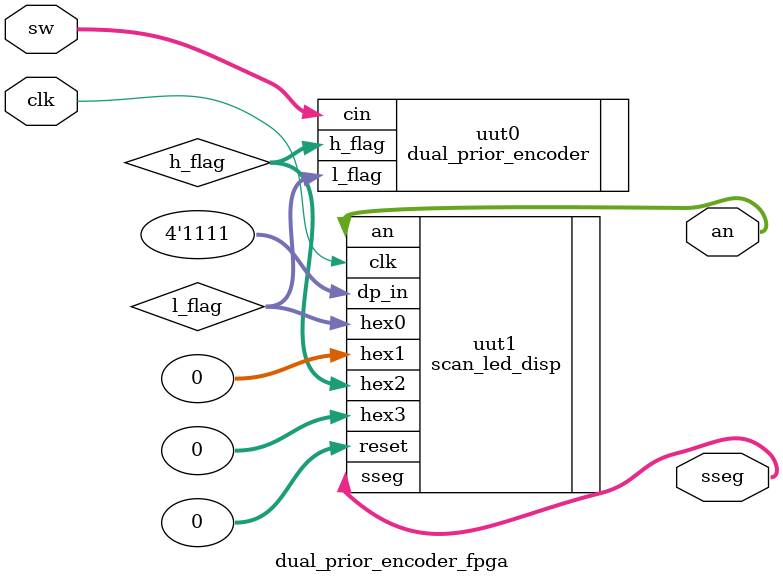
<source format=v>
module dual_prior_encoder_fpga(
    input clk,
    input [15:0] sw,
    output [3:0] an,
    output [7:0] sseg
);

wire [3:0] h_flag,l_flag;

dual_prior_encoder uut0(.cin(sw),.h_flag(h_flag),.l_flag(l_flag));
scan_led_disp uut1 (.clk(clk),.reset(0),.hex3(0),.hex2(h_flag),.hex1(0),.hex0(l_flag),.dp_in(4'b1111),.an(an),.sseg(sseg));
endmodule
</source>
